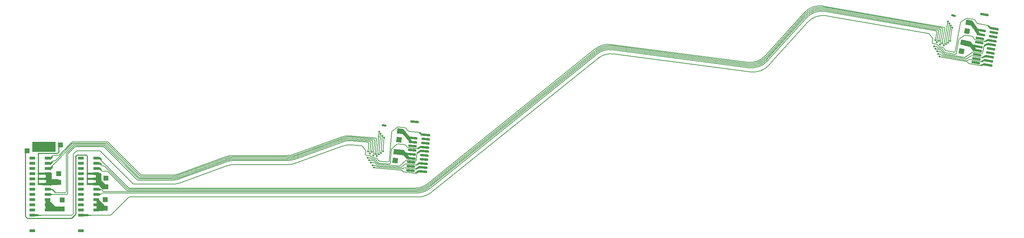
<source format=gbr>
*
G4_C Author: OrCAD GerbTool(tm) 8.1.1 Wed Jun 18 21:18:24 2003*
%LPD*%
%FSLAX34Y34*%
%MOIN*%
%AD*%
%AMD25R98*
20,1,0.025000,0.000000,-0.035000,0.000000,0.035000,98.600000*
%
%AMD10R98*
20,1,0.050000,-0.025000,0.000000,0.025000,0.000000,98.600000*
%
%AMD25R98N2*
20,1,0.025000,0.000000,-0.035000,0.000000,0.035000,98.600000*
%
%AMD10R98N2*
20,1,0.050000,-0.025000,0.000000,0.025000,0.000000,98.600000*
%
%AMD25R86*
20,1,0.025000,0.000000,-0.035000,0.000000,0.035000,86.080000*
%
%AMD10R86*
20,1,0.050000,-0.025000,0.000000,0.025000,0.000000,86.080000*
%
%AMD16R5*
20,1,0.025000,-0.035000,0.000000,0.035000,0.000000,5.450000*
%
%AMD10R5*
20,1,0.050000,-0.025000,0.000000,0.025000,0.000000,5.450000*
%
%AMD16R5N2*
20,1,0.025000,-0.035000,0.000000,0.035000,0.000000,5.450000*
%
%AMD10R5N2*
20,1,0.050000,-0.025000,0.000000,0.025000,0.000000,5.450000*
%
%AMD32R3*
20,1,0.025000,0.034920,-0.002390,-0.034920,0.002390,3.950000*
%
%AMD33R3*
20,1,0.050000,-0.001710,-0.024940,0.001710,0.024940,3.950000*
%
%AMD32R3N2*
20,1,0.025000,0.034920,-0.002390,-0.034920,0.002390,3.910000*
%
%AMD33R3N2*
20,1,0.050000,-0.001710,-0.024940,0.001710,0.024940,3.910000*
%
%AMD32R3N3*
20,1,0.025000,0.034920,-0.002390,-0.034920,0.002390,3.920000*
%
%AMD33R3N3*
20,1,0.050000,-0.001710,-0.024940,0.001710,0.024940,3.920000*
%
%AMD29R85*
20,1,0.022000,0.000000,-0.040000,0.000000,0.040000,85.000000*
%
%AMD54R85*
20,1,0.050000,-0.025000,0.000000,0.025000,0.000000,85.000000*
%
%AMD29R80*
20,1,0.022000,0.000000,-0.040000,0.000000,0.040000,80.000000*
%
%AMD54R80*
20,1,0.050000,-0.025000,0.000000,0.025000,0.000000,80.000000*
%
%AMD29R81*
20,1,0.022000,0.000000,-0.040000,0.000000,0.040000,81.000000*
%
%AMD54R81*
20,1,0.050000,-0.025000,0.000000,0.025000,0.000000,81.000000*
%
%AMD60R359*
20,1,0.022000,0.039510,-0.006260,-0.039510,0.006260,359.000000*
%
%AMD61R359*
20,1,0.050000,-0.003910,-0.024690,0.003910,0.024690,359.000000*
%
%AMD29R81N2*
20,1,0.022000,0.000000,-0.040000,0.000000,0.040000,81.000000*
%
%AMD54R81N2*
20,1,0.050000,-0.025000,0.000000,0.025000,0.000000,81.000000*
%
%AMD64R1*
20,1,0.022000,0.039510,-0.006260,-0.039510,0.006260,1.000000*
%
%AMD65R1*
20,1,0.050000,-0.003910,-0.024690,0.003910,0.024690,1.000000*
%
%AMD66R1*
20,1,0.022000,0.039610,-0.005570,-0.039610,0.005570,1.000000*
%
%AMD67R1*
20,1,0.050000,-0.003480,-0.024750,0.003480,0.024750,1.000000*
%
%AMD68R1*
20,1,0.022000,0.039700,-0.004880,-0.039700,0.004880,1.000000*
%
%AMD69R1*
20,1,0.050000,-0.003050,-0.024810,0.003050,0.024810,1.000000*
%
%AMD70R1*
20,1,0.022000,0.039780,-0.004190,-0.039780,0.004190,1.000000*
%
%AMD71R1*
20,1,0.050000,-0.002620,-0.024860,0.002620,0.024860,1.000000*
%
%AMD72R1*
20,1,0.022000,0.039850,-0.003500,-0.039850,0.003500,1.000000*
%
%AMD73R1*
20,1,0.050000,-0.002190,-0.024900,0.002190,0.024900,1.000000*
%
%AMD74R1*
20,1,0.022000,0.039910,-0.002800,-0.039910,0.002800,1.000000*
%
%AMD75R1*
20,1,0.050000,-0.001760,-0.024930,0.001760,0.024930,1.000000*
%
%AMD76R357*
20,1,0.022000,0.039950,-0.002100,-0.039950,0.002100,357.000000*
%
%AMD77R357*
20,1,0.050000,-0.001320,-0.024960,0.001320,0.024960,357.000000*
%
%AMD78R1*
20,1,0.022000,0.039790,-0.004190,-0.039790,0.004190,1.000000*
%
%AMD79R1*
20,1,0.050000,-0.002620,-0.024860,0.002620,0.024860,1.000000*
%
%ADD10R,0.050000X0.050000*%
%ADD11C,0.006000*%
%ADD12C,0.019000*%
%ADD13C,0.007900*%
%ADD14C,0.005000*%
%ADD15C,0.000800*%
%ADD16R,0.070000X0.025000*%
%ADD17R,0.068000X0.023000*%
%ADD18C,0.006000*%
%ADD19C,0.009800*%
%ADD20C,0.010000*%
%ADD21C,0.030000*%
%ADD22C,0.060000*%
%ADD23C,0.035000*%
%ADD24C,0.055000*%
%ADD25R,0.025000X0.070000*%
%ADD26C,0.010000*%
%ADD27R,0.029000X0.058000*%
%ADD28R,0.031000X0.060000*%
%ADD29R,0.022000X0.080000*%
%ADD30R,0.024000X0.082000*%
%ADD31D10R98N2*%
%ADD32D25R86*%
%ADD33D10R86*%
%ADD34D16R5*%
%ADD35D10R5*%
%ADD36D16R5N2*%
%ADD37D10R5N2*%
%ADD38D25R98N2*%
%ADD39D10R98N2*%
%ADD40D25R86*%
%ADD41D10R86*%
%ADD42D16R5*%
%ADD43D10R5*%
%ADD44D16R5N2*%
%ADD45D10R5N2*%
%ADD46D32R3*%
%ADD47D33R3*%
%ADD48R,0.070000X0.025000*%
%ADD49D33R3N2*%
%ADD50C,0.011000*%
%ADD51C,0.036000*%
%ADD52C,0.015000*%
%ADD53R,0.070000X0.025000*%
%ADD54R,0.050000X0.050000*%
%ADD55C,0.010000*%
%ADD56D29R85*%
%ADD57D54R85*%
%ADD58D29R80*%
%ADD59D54R80*%
%ADD60D29R81*%
%ADD61D54R81*%
%ADD62D60R359*%
%ADD63D61R359*%
%ADD64D29R81N2*%
%ADD65D54R81N2*%
%ADD66D64R1*%
%ADD67D65R1*%
%ADD68D66R1*%
%ADD69D67R1*%
%ADD70D68R1*%
%ADD71D69R1*%
%ADD72D70R1*%
%ADD73D71R1*%
%ADD74D72R1*%
%ADD75D73R1*%
%ADD76D74R1*%
%ADD77D75R1*%
%ADD78D76R357*%
%ADD79D77R357*%
%ADD80D78R1*%
%ADD81D79R1*%
%ADD256R,0.058000X0.029000*%
%ADD257R,0.080000X0.022000*%
G4_C OrCAD GerbTool Tool List *
G4_D50 1 0.0110 T 0 0*
G4_D51 3 0.0360 T 0 0*
G4_D52 2 0.0150 T 0 0*
G54D20*
G1X8218Y5345D2*
G1X8467Y5344D1*
G1X8217Y4845D2*
G1X8467Y4845D1*
G1X7992Y4845D2*
G54D11*
G1X8605Y4845D1*
G75*
G3X8675Y4873I0J100D1*
G74*
G1X9323Y7074D2*
G75*
G3X9252Y7104I-71J-71D1*
G74*
G1X9644Y2874D2*
G75*
G2X9575Y2845I-71J71D1*
G74*
G1X8455Y5345D2*
G1X7992Y5345D1*
G1X8886Y5434D2*
G54D12*
G1X8278Y6042D1*
G1X8884Y5648D2*
G1X8276Y6255D1*
G1X8997Y5728D2*
G1X8389Y6336D1*
G1X8278Y5901D2*
G1X8278Y6761D1*
G1X8468Y5954D2*
G1X8467Y6814D1*
G1X8625Y5954D2*
G1X8625Y6814D1*
G1X7755Y6346D2*
G1X8615Y6346D1*
G1X9201Y5569D2*
G1X8593Y6178D1*
G1X8912Y3770D2*
G1X8304Y4378D1*
G1X8948Y3579D2*
G1X8340Y4187D1*
G1X8340Y3373D2*
G1X8339Y4233D1*
G1X8843Y3496D2*
G1X8493Y3496D1*
G1X8812Y3622D2*
G1X8462Y3622D1*
G1X8800Y3809D2*
G1X8450Y3809D1*
G1X8782Y3892D2*
G1X8432Y3893D1*
G1X2616Y2845D2*
G1X2066Y2845D1*
G1X2913Y2844D2*
G54D20*
G1X2516Y2844D1*
G1X1639Y2546D2*
G75*
G54D19*
G2X1569Y2575I0J100D1*
G74*
G1X1450Y2694D1*
G75*
G2X1420Y2765I71J71D1*
G74*
G1X7715Y2846D2*
G54D20*
G1X7318Y2846D1*
G1X7417Y2846D2*
G54D12*
G1X6868Y2846D1*
G1X5928Y2875D2*
G75*
G54D11*
G2X5857Y2846I-71J71D1*
G74*
G1X5986Y2933D2*
G75*
G3X6015Y3003I-71J71D1*
G74*
G1X6015Y8704D1*
G75*
G2X6044Y8775I100J0D1*
G74*
G1X6414Y8654D2*
G75*
G54D19*
G3X6343Y8625I0J-100D1*
G74*
G1X6268Y8549D1*
G1X6239Y8478D2*
G75*
G2X6268Y8549I100J0D1*
G74*
G1X6239Y2986D2*
G1X6239Y8478D1*
G1X6209Y2916D2*
G75*
G3X6239Y2986I-71J71D1*
G74*
G1X5870Y2576D2*
G75*
G2X5799Y2547I-71J71D1*
G74*
G1X3482Y8240D2*
G54D11*
G1X3612Y8345D1*
G1X3483Y8452D1*
G1X3487Y8346D2*
G1X3612Y8345D1*
G1X3481Y7740D2*
G1X3611Y7846D1*
G1X3482Y7952D1*
G1X3486Y7846D2*
G1X3611Y7846D1*
G1X3484Y8451D2*
G1X3608Y8450D1*
G1X3484Y8434D2*
G1X3484Y8279D1*
G1X3615Y8345D2*
G1X3486Y8451D1*
G1X3490Y8345D2*
G1X3615Y8345D1*
G1X3616Y8345D2*
G1X3486Y8238D1*
G1X3468Y7951D2*
G1X3593Y7951D1*
G1X3489Y7846D2*
G1X3614Y7846D1*
G1X3484Y7935D2*
G1X3484Y7781D1*
G1X3484Y7740D2*
G1X3614Y7846D1*
G1X3612Y7846D2*
G1X3483Y7952D1*
G1X3492Y8345D2*
G1X3616Y8345D1*
G1X3484Y7241D2*
G1X3614Y7347D1*
G1X3444Y7452D2*
G1X3569Y7452D1*
G1X3489Y7347D2*
G1X3614Y7347D1*
G1X3484Y7452D1*
G1X3614Y7347D2*
G1X3489Y7347D1*
G1X3416Y5345D2*
G54D20*
G1X3666Y5345D1*
G1X2987Y6346D2*
G54D12*
G1X3847Y6346D1*
G1X3606Y5814D2*
G1X3082Y5814D1*
G1X3497Y5871D2*
G1X3498Y6330D1*
G1X4122Y3448D2*
G1X3448Y3448D1*
G1X3557Y3343D2*
G1X3558Y3802D1*
G1X3665Y5850D2*
G1X3666Y6309D1*
G1X3493Y6426D2*
G1X3494Y6885D1*
G1X3683Y6429D2*
G1X3683Y6888D1*
G1X3494Y6936D2*
G54D20*
G1X3744Y6936D1*
G1X3846Y6430D2*
G54D12*
G1X3845Y6889D1*
G1X3611Y6932D2*
G54D20*
G1X3861Y6932D1*
G1X4844Y3387D2*
G54D12*
G1X4168Y3387D1*
G1X4777Y3574D2*
G1X4102Y3574D1*
G1X3445Y3335D2*
G1X3445Y3794D1*
G1X4241Y3587D2*
G1X3451Y4377D1*
G1X4251Y3353D2*
G1X3461Y4144D1*
G1X4133Y3316D2*
G1X3459Y3316D1*
G1X4741Y3316D2*
G1X4065Y3316D1*
G1X4162Y3572D2*
G1X3486Y3572D1*
G1X3711Y3500D2*
G1X3710Y3959D1*
G1X3541Y3723D2*
G1X3542Y4182D1*
G1X3446Y3788D2*
G1X3446Y4247D1*
G1X3236Y5844D2*
G1X2686Y5844D1*
G1X3233Y6344D2*
G1X2683Y6344D1*
G1X3233Y6846D2*
G1X2683Y6846D1*
G1X12574Y6706D2*
G75*
G54D11*
G2X12503Y6735I0J100D1*
G74*
G1X12405Y6615D2*
G75*
G3X12476Y6586I71J71D1*
G74*
G1X12380Y6466D2*
G75*
G2X12310Y6495I0J100D1*
G74*
G1X12234Y6375D2*
G75*
G3X12304Y6346I71J71D1*
G74*
G1X12205Y6226D2*
G75*
G2X12135Y6255I0J100D1*
G74*
G1X11823Y5846D2*
G75*
G2X11753Y5875I0J100D1*
G74*
G1X11365Y5466D2*
G75*
G2X11295Y5495I0J100D1*
G74*
G1X11223Y5375D2*
G75*
G3X11293Y5346I71J71D1*
G74*
G1X11212Y5226D2*
G75*
G2X11142Y5255I0J100D1*
G74*
G1X11347Y4577D2*
G1X9644Y2874D1*
G1X11417Y4606D2*
G75*
G3X11347Y4577I0J-100D1*
G74*
G1X11753Y5875D2*
G1X8597Y9032D1*
G75*
G3X8527Y9061I-71J-71D1*
G74*
G1X8977Y9414D2*
G1X12135Y6255D1*
G1X8907Y9443D2*
G75*
G2X8977Y9414I0J-100D1*
G74*
G1X9076Y9534D2*
G1X12234Y6375D1*
G1X9006Y9563D2*
G75*
G2X9076Y9534I0J-100D1*
G74*
G1X12310Y6495D2*
G1X9152Y9654D1*
G75*
G3X9082Y9683I-71J-71D1*
G74*
G1X12405Y6615D2*
G1X9254Y9774D1*
G75*
G3X9183Y9803I-71J-71D1*
G74*
G1X12503Y6735D2*
G1X9353Y9894D1*
G75*
G3X9282Y9923I-71J-71D1*
G74*
G1X8527Y9061D2*
G1X6371Y9061D1*
G1X6301Y9032D2*
G1X6044Y8775D1*
G1X6371Y9061D2*
G75*
G3X6301Y9032I0J-100D1*
G74*
G1X6219Y9443D2*
G1X8907Y9443D1*
G1X6149Y9414D2*
G75*
G2X6219Y9443I71J-71D1*
G74*
G1X6147Y9563D2*
G1X9006Y9563D1*
G1X6077Y9534D2*
G75*
G2X6147Y9563I71J-71D1*
G74*
G1X6083Y9683D2*
G1X9082Y9683D1*
G1X6013Y9654D2*
G75*
G2X6083Y9683I71J-71D1*
G74*
G1X6026Y9803D2*
G1X9183Y9803D1*
G1X5956Y9774D2*
G75*
G2X6026Y9803I71J-71D1*
G74*
G1X5969Y9923D2*
G1X9282Y9923D1*
G1X5899Y9894D2*
G75*
G2X5969Y9923I71J-71D1*
G74*
G1X5899Y9894D2*
G1X4639Y8634D1*
G1X2606Y2845D2*
G1X5857Y2845D1*
G1X5927Y2874D2*
G1X5986Y2933D1*
G1X5857Y2845D2*
G75*
G3X5927Y2874I0J100D1*
G74*
G1X6209Y2916D2*
G54D19*
G1X5869Y2575D1*
G1X5799Y2546D2*
G1X1639Y2546D1*
G1X5869Y2575D2*
G75*
G2X5799Y2546I-71J71D1*
G74*
G1X8034Y5844D2*
G54D12*
G1X7384Y5844D1*
G1X8032Y6345D2*
G1X7383Y6345D1*
G1X8034Y6844D2*
G1X7385Y6844D1*
G1X9575Y2845D2*
G54D11*
G1X7714Y2845D1*
G1X8675Y4873D2*
G1X8757Y4956D1*
G75*
G2X8828Y4986I71J-70D1*
G74*
G54D256*
G1X8226Y3343D3*
G1X8227Y3844D3*
G1X8225Y4344D3*
G1X8225Y4844D3*
G1X8226Y5343D3*
G1X8226Y5843D3*
G1X8226Y6343D3*
G1X8225Y6844D3*
G1X8225Y7344D3*
G1X8225Y7845D3*
G1X8226Y8345D3*
G1X6757Y8346D3*
G1X6756Y7846D3*
G1X6755Y7345D3*
G1X6755Y6846D3*
G1X6755Y6346D3*
G1X6755Y5845D3*
G1X6756Y5345D3*
G1X6756Y4846D3*
G1X6755Y4345D3*
G1X6756Y3846D3*
G1X6755Y3346D3*
G1X6756Y2846D3*
G1X6754Y1346D3*
G1X8569Y7240D2*
G54D11*
G1X8695Y7241D1*
G1X8509Y7451D2*
G1X8639Y7344D1*
G1X8562Y7301D2*
G1X8688Y7301D1*
G1X8469Y7240D2*
G1X8594Y7240D1*
G1X8565Y7268D2*
G1X8691Y7268D1*
G1X8564Y7299D2*
G1X8694Y7193D1*
G1X8566Y7291D2*
G1X8567Y7399D1*
G1X8514Y7345D2*
G1X8639Y7344D1*
G1X8605Y7345D2*
G75*
G2X8705Y7245I0J-100D1*
G74*
G1X8705Y7190D1*
G1X8639Y7344D2*
G1X8509Y7239D1*
G1X8639Y7344D2*
G1X8515Y7345D1*
G1X8705Y7204D2*
G1X8705Y7148D1*
G1X8728Y7126D2*
G1X8529Y7287D1*
G1X8790Y7104D2*
G75*
G2X8728Y7126I0J101D1*
G74*
G1X8508Y7952D2*
G1X8637Y7845D1*
G1X8507Y7739D1*
G1X8527Y7769D2*
G1X8528Y7923D1*
G1X8565Y7791D2*
G1X8564Y7900D1*
G1X8512Y7846D2*
G1X8637Y7845D1*
G1X8494Y7740D2*
G1X8619Y7741D1*
G1X8568Y7792D2*
G1X8567Y7900D1*
G1X8515Y7846D2*
G1X8640Y7846D1*
G1X8559Y7766D2*
G1X8685Y7766D1*
G1X8511Y7952D2*
G1X8640Y7846D1*
G1X8706Y7746D2*
G1X8706Y7691D1*
G1X8565Y7791D2*
G1X8694Y7686D1*
G1X8530Y7769D2*
G1X8531Y7922D1*
G1X8606Y7845D2*
G75*
G2X8706Y7746I0J-100D1*
G74*
G1X8555Y7801D2*
G1X8680Y7801D1*
G1X8638Y7846D2*
G1X8508Y7739D1*
G1X8707Y7702D2*
G1X8707Y7647D1*
G1X8573Y7819D2*
G1X8703Y7713D1*
G1X8547Y7774D2*
G1X8737Y7620D1*
G75*
G3X8801Y7597I63J79D1*
G74*
G1X8508Y8451D2*
G1X8638Y8345D1*
G1X8508Y8239D1*
G1X8566Y8291D2*
G1X8565Y8399D1*
G1X8514Y8345D2*
G1X8638Y8345D1*
G1X8509Y8240D2*
G1X8634Y8240D1*
G1X8570Y8292D2*
G1X8569Y8400D1*
G1X8548Y8299D2*
G1X8673Y8300D1*
G1X8552Y8261D2*
G1X8676Y8261D1*
G1X8705Y8189D2*
G1X8575Y8295D1*
G1X8607Y8346D2*
G75*
G2X8707Y8246I0J-100D1*
G74*
G1X8580Y8287D2*
G1X8708Y8158D1*
G1X8641Y8346D2*
G1X8511Y8240D1*
G1X8517Y8345D2*
G1X8641Y8346D1*
G1X8642Y8346D2*
G1X8512Y8451D1*
G1X8698Y8230D2*
G1X8568Y8336D1*
G1X8709Y8193D2*
G1X8708Y8138D1*
G1X8683Y8255D2*
G1X8554Y8361D1*
G1X8518Y8345D2*
G1X8642Y8346D1*
G1X11295Y5495D2*
G1X8736Y8053D1*
G1X8707Y8124D2*
G1X8707Y8246D1*
G1X8736Y8053D2*
G75*
G2X8707Y8124I71J71D1*
G74*
G1X8525Y8272D2*
G1X8525Y8395D1*
G1X8709Y8132D2*
G1X8530Y8277D1*
G1X11223Y5375D2*
G1X9031Y7568D1*
G1X8961Y7597D2*
G1X8801Y7597D1*
G1X9031Y7568D2*
G75*
G3X8961Y7597I-71J-71D1*
G74*
G1X11142Y5255D2*
G1X9322Y7075D1*
G1X9252Y7104D2*
G1X8790Y7104D1*
G1X9322Y7075D2*
G75*
G3X9252Y7104I-71J-71D1*
G74*
G1X8422Y7388D2*
G1X8548Y7388D1*
G1X8549Y4846D2*
G54D12*
G1X8199Y4846D1*
G1X8574Y5337D2*
G1X8224Y5337D1*
G1X7336Y5845D2*
G54D19*
G1X7336Y8554D1*
G1X7236Y8654D2*
G1X6414Y8654D1*
G1X7336Y8554D2*
G75*
G3X7236Y8654I-100J0D1*
G74*
G1X8677Y5333D2*
G54D11*
G1X8552Y5333D1*
G1X8747Y5304D2*
G75*
G3X8677Y5333I-70J-71D1*
G74*
G1X8919Y5135D2*
G1X8747Y5304D1*
G1X8989Y5106D2*
G75*
G2X8919Y5135I0J100D1*
G74*
G1X8072Y3371D2*
G54D12*
G1X8832Y3371D1*
G1X7981Y5817D2*
G1X8751Y5817D1*
G1X8624Y6815D2*
G1X8108Y6815D1*
G54D54*
G1X9064Y3525D3*
G1X9063Y4365D3*
G1X9141Y5589D3*
G1X9140Y6429D3*
G54D256*
G1X3537Y3344D3*
G1X3538Y3845D3*
G1X3536Y4345D3*
G1X3536Y4845D3*
G1X3537Y5344D3*
G1X3537Y5844D3*
G1X3537Y6344D3*
G1X3536Y6845D3*
G1X2068Y8346D3*
G1X2067Y7846D3*
G1X2066Y7345D3*
G1X2066Y6846D3*
G1X2066Y6346D3*
G1X2066Y5845D3*
G1X2067Y5345D3*
G1X2067Y4846D3*
G1X2066Y4345D3*
G1X2067Y3846D3*
G1X2066Y3346D3*
G1X2067Y2846D3*
G1X2065Y1346D3*
G1X3822Y8423D2*
G54D11*
G1X3821Y8269D1*
G1X3858Y8399D2*
G1X3859Y8292D1*
G1X3820Y7923D2*
G1X3820Y7768D1*
G1X3857Y7900D2*
G1X3857Y7792D1*
G1X4034Y8582D2*
G1X3856Y8436D1*
G1X4097Y8605D2*
G75*
G3X4034Y8582I0J-101D1*
G74*
G1X3862Y8399D2*
G1X3863Y8291D1*
G1X3841Y8391D2*
G1X3966Y8391D1*
G1X3844Y8430D2*
G1X3969Y8430D1*
G1X3999Y8502D2*
G1X3869Y8396D1*
G1X4001Y8445D2*
G1X4000Y8504D1*
G1X3900Y8345D2*
G75*
G3X4001Y8445I0J100D1*
G74*
G1X3873Y8403D2*
G1X4002Y8533D1*
G1X3826Y8422D2*
G1X3825Y8268D1*
G1X3991Y8461D2*
G1X3861Y8355D1*
G1X4001Y8497D2*
G1X4001Y8553D1*
G1X3976Y8436D2*
G1X3846Y8329D1*
G1X3861Y7899D2*
G1X3860Y7792D1*
G1X3853Y7926D2*
G1X3977Y7925D1*
G1X4000Y7946D2*
G1X3999Y8001D1*
G1X3857Y7900D2*
G1X3988Y8005D1*
G1X3823Y7923D2*
G1X3823Y7769D1*
G1X3899Y7846D2*
G75*
G3X4000Y7946I0J100D1*
G74*
G1X3848Y7891D2*
G1X3973Y7891D1*
G1X4001Y7990D2*
G1X4000Y8044D1*
G1X3866Y7873D2*
G1X3996Y7979D1*
G1X3863Y7451D2*
G1X3988Y7451D1*
G1X3823Y7424D2*
G1X3824Y7269D1*
G1X3856Y7391D2*
G1X3982Y7391D1*
G1X3859Y7424D2*
G1X3984Y7424D1*
G1X3858Y7393D2*
G1X3988Y7499D1*
G1X3861Y7401D2*
G1X3860Y7293D1*
G1X3899Y7347D2*
G75*
G3X4000Y7447I0J100D1*
G74*
G1X3999Y7502D1*
G1X3840Y7918D2*
G1X4030Y8071D1*
G75*
G2X4094Y8095I64J-78D1*
G74*
G54D256*
G1X3536Y7845D3*
G1X3536Y8345D3*
G1X3536Y7344D3*
G1X4097Y8605D2*
G54D11*
G1X4567Y8605D1*
G1X4638Y8634D2*
G1X5819Y9814D1*
G1X4567Y8605D2*
G75*
G3X4638Y8634I0J100D1*
G74*
G1X5956Y9774D2*
G1X4307Y8124D1*
G1X4236Y8095D2*
G1X4094Y8095D1*
G1X4307Y8124D2*
G75*
G2X4236Y8095I-71J71D1*
G74*
G1X3999Y7488D2*
G1X3999Y7598D1*
G1X4028Y7668D2*
G1X6013Y9654D1*
G1X3999Y7598D2*
G75*
G2X4028Y7668I100J0D1*
G74*
G1X3990Y7590D2*
G1X3792Y7429D1*
G1X3977Y7534D2*
G1X3779Y7373D1*
G1X3831Y7262D2*
G1X3961Y7368D1*
G1X3799Y7234D2*
G1X3929Y7340D1*
G1X3836Y7765D2*
G1X3966Y7871D1*
G1X3796Y7732D2*
G1X3926Y7838D1*
G1X3831Y8260D2*
G1X3961Y8366D1*
G1X3802Y8235D2*
G1X3932Y8341D1*
G1X3986Y4845D2*
G54D20*
G1X3416Y4845D1*
G1X3516Y4845D2*
G54D12*
G1X3836Y4845D1*
G1X3846Y6328D2*
G1X3846Y6787D1*
G1X3846Y6286D2*
G1X3846Y5796D1*
G1X3986Y5344D2*
G54D20*
G1X3465Y5344D1*
G1X3541Y5344D2*
G54D12*
G1X3836Y5344D1*
G1X4292Y5039D2*
G54D20*
G1X3988Y5344D1*
G1X4363Y5010D2*
G75*
G54D11*
G2X4292Y5039I0J100D1*
G74*
G1X5233Y5010D2*
G1X4363Y5010D1*
G1X5333Y5110D2*
G75*
G2X5233Y5010I-100J0D1*
G74*
G1X3893Y4844D2*
G1X5383Y4844D1*
G75*
G3X5483Y4944I0J100D1*
G74*
G1X5483Y8707D1*
G1X5512Y8778D2*
G1X6149Y9414D1*
G1X5483Y8707D2*
G75*
G2X5512Y8778I100J0D1*
G74*
G1X5333Y5110D2*
G1X5333Y8749D1*
G1X5362Y8820D2*
G1X6077Y9534D1*
G1X5333Y8749D2*
G75*
G2X5362Y8820I100J0D1*
G74*
G54D54*
G1X4933Y3471D3*
G1X4932Y4311D3*
G1X4511Y5854D2*
G54D12*
G1X3941Y5854D1*
G1X4526Y6037D2*
G1X3956Y6037D1*
G1X4533Y6217D2*
G1X3963Y6217D1*
G54D54*
G1X4602Y6013D3*
G1X4601Y6853D3*
G1X4787Y9624D3*
G1X4612Y9822D2*
G54D19*
G1X4612Y8925D1*
G75*
G2X4512Y8825I-100J0D1*
G74*
G1X2737Y8825D1*
G1X2637Y8725D2*
G1X2637Y5844D1*
G1X2737Y8825D2*
G75*
G3X2637Y8725I0J-100D1*
G74*
G1X4056Y9673D2*
G54D10*
G1X2338Y9673D1*
G1X4056Y9216D2*
G1X2338Y9216D1*
G54D54*
G1X1569Y9062D3*
G1X1420Y2765D2*
G54D19*
G1X1420Y9003D1*
G1X12574Y6706D2*
G54D11*
G1X15418Y6706D1*
G75*
G3X16102Y6827I0J2012D1*
G74*
G1X12476Y6586D2*
G1X15440Y6586D1*
G75*
G3X16124Y6707I0J2012D1*
G74*
G1X15461Y6466D2*
G1X12380Y6466D1*
G1X16145Y6587D2*
G75*
G2X15461Y6466I-684J1880D1*
G74*
G1X12304Y6346D2*
G1X15482Y6346D1*
G75*
G3X16166Y6467I0J2012D1*
G74*
G1X15503Y6226D2*
G1X12205Y6226D1*
G1X16187Y6347D2*
G75*
G2X15503Y6226I-684J1880D1*
G74*
G1X11823Y5846D2*
G1X15570Y5846D1*
G75*
G3X16254Y5967I0J2012D1*
G74*
G1X20788Y7617D1*
G75*
G2X21472Y7738I684J-1880D1*
G74*
G1X20721Y7997D2*
G1X16187Y6347D1*
G1X21405Y8118D2*
G75*
G3X20721Y7997I0J-2012D1*
G74*
G1X16166Y6467D2*
G1X20700Y8117D1*
G75*
G2X21384Y8238I684J-1880D1*
G74*
G1X20679Y8237D2*
G1X16145Y6587D1*
G1X21363Y8358D2*
G75*
G3X20679Y8237I0J-2012D1*
G74*
G1X16124Y6707D2*
G1X20658Y8357D1*
G75*
G2X21342Y8478I684J-1880D1*
G74*
G1X20637Y8477D2*
G1X16102Y6827D1*
G1X21321Y8598D2*
G75*
G3X20637Y8477I0J-2012D1*
G74*
G1X21472Y7738D2*
G1X26643Y7738D1*
G75*
G3X27327Y7858I0J2012D1*
G74*
G1X21321Y8598D2*
G1X26491Y8598D1*
G75*
G3X27175Y8718I0J2012D1*
G74*
G1X21342Y8478D2*
G1X26513Y8478D1*
G75*
G3X27197Y8598I0J2012D1*
G74*
G1X21363Y8358D2*
G1X26534Y8358D1*
G75*
G3X27218Y8478I0J2012D1*
G74*
G1X21384Y8238D2*
G1X26555Y8238D1*
G75*
G3X27239Y8358I0J2012D1*
G74*
G1X21405Y8118D2*
G1X26576Y8118D1*
G75*
G3X27260Y8238I0J2012D1*
G74*
G1X11365Y5466D2*
G1X38807Y5466D1*
G75*
G3X40063Y5910I0J1999D1*
G74*
G1X38849Y5346D2*
G1X11293Y5346D1*
G1X40105Y5790D2*
G75*
G2X38849Y5346I-1256J1556D1*
G74*
G1X11212Y5226D2*
G1X38891Y5226D1*
G75*
G3X40147Y5670I0J1998D1*
G74*
G1X38934Y5106D2*
G1X8989Y5106D1*
G1X40190Y5550D2*
G75*
G2X38934Y5106I-1256J1556D1*
G74*
G1X8828Y4986D2*
G1X38976Y4986D1*
G75*
G3X40232Y5430I0J1998D1*
G74*
G1X39111Y4606D2*
G1X11417Y4606D1*
G1X40367Y5050D2*
G75*
G2X39111Y4606I-1256J1556D1*
G74*
G1X56126Y18872D2*
G1X40063Y5910D1*
G1X57643Y19298D2*
G75*
G3X56126Y18872I-262J-1981D1*
G74*
G1X40105Y5790D2*
G1X56162Y18746D1*
G75*
G2X57679Y19172I1257J-1557D1*
G74*
G1X56198Y18620D2*
G1X40147Y5670D1*
G1X57715Y19047D2*
G75*
G3X56198Y18620I-260J-1982D1*
G74*
G1X40190Y5550D2*
G1X56233Y18495D1*
G75*
G2X57750Y18921I1257J-1557D1*
G74*
G1X56268Y18369D2*
G1X40232Y5430D1*
G1X57785Y18795D2*
G75*
G3X56268Y18369I-262J-1980D1*
G74*
G1X56380Y17971D2*
G1X40367Y5050D1*
G1X57897Y18397D2*
G75*
G3X56380Y17971I-260J-1983D1*
G74*
G1X70705Y17579D2*
G1X57643Y19298D1*
G1X72452Y18223D2*
G75*
G2X70705Y17579I-1487J1339D1*
G74*
G1X57679Y19172D2*
G1X70752Y17452D1*
G75*
G3X72499Y18096I263J1989D1*
G74*
G1X70799Y17324D2*
G1X57715Y19047D1*
G1X72546Y17969D2*
G75*
G2X70799Y17324I-1487J1339D1*
G74*
G1X57750Y18921D2*
G1X70845Y17197D1*
G75*
G3X72593Y17842I263J1989D1*
G74*
G1X70892Y17070D2*
G1X57785Y18795D1*
G1X72640Y17715D2*
G75*
G2X70892Y17070I-1487J1339D1*
G74*
G1X57897Y18397D2*
G1X71041Y16667D1*
G75*
G3X72789Y17312I263J1989D1*
G74*
G1X88900Y20495D2*
G75*
G3X88819Y20610I-98J17D1*
G74*
G54D12*
G1X89219Y19280D3*
G1X89203Y18194D2*
G54D11*
G1X89194Y18143D1*
G1X88219Y20299D2*
G75*
G3X88155Y20340I-82J-58D1*
G74*
G1X88507Y19889D2*
G1X88219Y20299D1*
G1X88523Y19814D2*
G75*
G3X88507Y19889I-99J17D1*
G74*
G54D12*
G1X89194Y18142D3*
G1X92748Y20788D2*
G1X92507Y21132D1*
G1X92557Y21067D2*
G1X92316Y21411D1*
G1X92476Y21186D2*
G1X92235Y21530D1*
G1X92460Y20926D2*
G1X92219Y21270D1*
G1X92676Y20619D2*
G1X92435Y20963D1*
G1X92929Y20367D2*
G1X92688Y20711D1*
G1X92858Y20359D2*
G1X92617Y20703D1*
G1X92570Y18841D2*
G1X92330Y19185D1*
G1X92486Y18837D2*
G1X92245Y19181D1*
G1X92500Y18840D2*
G1X92259Y19184D1*
G1X92321Y19082D2*
G1X92080Y19426D1*
G1X92005Y17455D2*
G75*
G54D11*
G2X91940Y17496I17J98D1*
G74*
G1X92247Y18216D2*
G75*
G3X92172Y18200I-17J-98D1*
G74*
G1X92341Y18568D2*
G75*
G2X92416Y18584I58J-82D1*
G74*
G1X92617Y19752D2*
G1X93319Y19628D1*
G1X92552Y19793D2*
G75*
G3X92617Y19752I82J58D1*
G74*
G1X92416Y18584D2*
G1X93201Y18445D1*
G75*
G3X93317Y18527I17J99D1*
G74*
G1X92832Y21313D2*
G75*
G2X92767Y21355I17J99D1*
G74*
G1X91662Y20194D2*
G1X92318Y20079D1*
G1X92382Y20037D2*
G1X92552Y19793D1*
G1X92318Y20079D2*
G75*
G2X92382Y20037I-17J-98D1*
G74*
G1X92767Y21355D2*
G1X92540Y21677D1*
G75*
G3X92477Y21719I-82J-58D1*
G74*
G1X90652Y18345D2*
G75*
G3X90768Y18426I17J99D1*
G74*
G1X91572Y20181D2*
G75*
G2X91647Y20197I58J-81D1*
G74*
G1X90768Y18426D2*
G1X91000Y19742D1*
G1X91041Y19805D2*
G1X91572Y20181D1*
G1X91000Y19742D2*
G75*
G2X91041Y19805I99J-18D1*
G74*
G1X92032Y19505D2*
G54D12*
G1X91619Y19577D1*
G1X92354Y19150D2*
G1X92113Y19494D1*
G1X91893Y19435D2*
G1X91480Y19508D1*
G1X92687Y19140D2*
G1X92274Y19213D1*
G1X89967Y21515D2*
G54D11*
G1X89880Y21022D1*
G1X90251Y21109D2*
G1X90164Y20617D1*
G1X89908Y21171D2*
G1X89563Y19218D1*
G1X90252Y21110D2*
G1X89969Y19502D1*
G54D12*
G1X90171Y19645D3*
G1X89968Y19503D3*
G1X89765Y19361D3*
G1X89562Y19219D3*
G1X89968Y21515D3*
G1X90110Y21312D3*
G1X90252Y21109D3*
G1X90394Y20906D3*
G1X90393Y20907D2*
G54D11*
G1X90171Y19645D1*
G1X89093Y20582D2*
G75*
G3X89012Y20698I-99J17D1*
G74*
G1X89287Y20670D2*
G75*
G3X89206Y20786I-99J17D1*
G74*
G1X89479Y20759D2*
G75*
G3X89398Y20875I-98J18D1*
G74*
G1X89673Y20846D2*
G75*
G3X89591Y20962I-99J17D1*
G74*
G1X90110Y21312D2*
G1X89766Y19360D1*
G54D12*
G1X88905Y19514D3*
G1X88905Y19514D2*
G54D11*
G1X89093Y20582D1*
G1X88962Y19278D2*
G75*
G3X88897Y19319I-82J-58D1*
G74*
G1X88548Y19381D1*
G1X88467Y19497D2*
G1X88523Y19814D1*
G1X88548Y19381D2*
G75*
G2X88467Y19497I17J99D1*
G74*
G54D12*
G1X88763Y19718D3*
G1X88763Y19718D2*
G54D11*
G1X88900Y20495D1*
G1X89219Y19280D2*
G1X89479Y20759D1*
G1X89421Y19423D2*
G1X89672Y20846D1*
G54D12*
G1X89421Y19423D3*
G1X89286Y20670D2*
G54D11*
G1X89107Y19657D1*
G54D12*
G1X89107Y19657D3*
G1X89766Y18711D2*
G75*
G54D11*
G2X89701Y18752I17J98D1*
G74*
G1X90652Y18345D2*
G1X89709Y18511D1*
G75*
G2X89644Y18552I17J99D1*
G74*
G1X89701Y18752D2*
G1X89539Y18986D1*
G75*
G3X89474Y19027I-82J-58D1*
G74*
G54D12*
G1X88929Y18658D3*
G1X89474Y19027D2*
G54D11*
G1X89131Y19087D1*
G1X89066Y19129D2*
G1X88962Y19278D1*
G1X89131Y19087D2*
G75*
G2X89066Y19129I17J98D1*
G74*
G54D12*
G1X88791Y18879D3*
G1X89634Y18403D2*
G75*
G54D11*
G2X89569Y18444I17J99D1*
G74*
G1X89355Y18750D1*
G75*
G3X89291Y18791I-82J-58D1*
G74*
G1X89474Y18187D2*
G75*
G2X89408Y18229I17J98D1*
G74*
G1X89291Y18791D2*
G1X88791Y18879D1*
G1X89644Y18552D2*
G1X89420Y18872D1*
G75*
G3X89356Y18913I-82J-58D1*
G74*
G1X89053Y18351D2*
G1X89057Y18374D1*
G54D12*
G1X89057Y18374D3*
G1X89408Y18229D2*
G54D11*
G1X89368Y18289D1*
G1X89302Y18331D2*
G1X89066Y18373D1*
G1X89368Y18289D2*
G75*
G3X89302Y18331I-83J-56D1*
G74*
G54D12*
G1X88656Y19122D3*
G1X89356Y18913D2*
G54D11*
G1X89066Y18965D1*
G75*
G2X89001Y19006I17J99D1*
G74*
G1X88657Y19123D2*
G1X88916Y19077D1*
G1X88982Y19035D2*
G1X89001Y19006D1*
G1X88916Y19077D2*
G75*
G2X88982Y19035I-18J-100D1*
G74*
G1X89563Y18293D2*
G75*
G2X89498Y18334I17J99D1*
G74*
G1X89344Y18555D1*
G1X89279Y18596D2*
G1X88929Y18658D1*
G1X89344Y18555D2*
G75*
G3X89279Y18596I-82J-58D1*
G74*
G1X89634Y18403D2*
G1X91571Y18062D1*
G1X91645Y18078D2*
G1X92341Y18568D1*
G1X91571Y18062D2*
G75*
G3X91645Y18078I17J99D1*
G74*
G1X92172Y18200D2*
G1X91788Y17930D1*
G1X91714Y17914D2*
G1X89563Y18293D1*
G1X91788Y17930D2*
G75*
G2X91714Y17914I-58J82D1*
G74*
G1X91940Y17496D2*
G1X91858Y17615D1*
G1X91793Y17656D2*
G1X89189Y18115D1*
G1X91858Y17615D2*
G75*
G3X91793Y17656I-82J-58D1*
G74*
G1X92061Y17851D2*
G75*
G3X91988Y17835I-18J-100D1*
G74*
G1X91914Y17785D1*
G1X91840Y17770D2*
G1X89474Y18187D1*
G1X91914Y17785D2*
G75*
G2X91840Y17770I-56J83D1*
G74*
G1X90570Y18569D2*
G1X89766Y18711D1*
G1X90686Y18650D2*
G75*
G2X90570Y18569I-99J17D1*
G74*
G1X90686Y18650D2*
G1X91168Y21388D1*
G75*
G2X91209Y21452I99J-17D1*
G74*
G54D62*
G1X93833Y17338D3*
G1X93901Y17727D3*
G1X93969Y18114D3*
G1X94038Y18501D3*
G1X94106Y18889D3*
G1X94174Y19276D3*
G1X94243Y19664D3*
G1X94311Y20052D3*
G1X94380Y20440D3*
G1X94448Y20827D3*
G1X92650Y17547D3*
G1X92718Y17935D3*
G1X92787Y18322D3*
G1X92855Y18710D3*
G1X92923Y19098D3*
G1X92992Y19485D3*
G1X93060Y19873D3*
G1X93128Y20261D3*
G1X93197Y20649D3*
G1X93470Y22198D3*
G1X94019Y20989D2*
G54D11*
G1X93896Y21011D1*
G1X93880Y21045D2*
G1X93990Y20918D1*
G1X93890Y21018D2*
G1X94000Y20891D1*
G1X93868Y21031D2*
G1X93879Y21090D1*
G1X93986Y20968D2*
G1X93883Y21118D1*
G1X93925Y21096D2*
G1X93962Y21052D1*
G1X93865Y21129D2*
G75*
G2X93925Y21096I-18J-100D1*
G74*
G1X93926Y21095D2*
G1X94010Y20998D1*
G1X93867Y21129D2*
G75*
G2X93926Y21095I-17J-98D1*
G74*
G1X93833Y21134D2*
G1X93942Y21007D1*
G1X93823Y21131D2*
G1X93934Y21010D1*
G1X94088Y20972D2*
G1X93965Y20994D1*
G1X93929Y20945D2*
G1X94039Y20818D1*
G1X94020Y20870D2*
G1X94033Y20943D1*
G1X93861Y21023D2*
G1X93971Y20896D1*
G1X93760Y21140D2*
G1X93869Y21014D1*
G1X93784Y19658D2*
G1X93661Y19679D1*
G1X93633Y19653D2*
G1X93780Y19735D1*
G1X93653Y19675D2*
G1X93799Y19757D1*
G1X93627Y19670D2*
G1X93617Y19611D1*
G1X93760Y19688D2*
G1X93611Y19584D1*
G1X93658Y19590D2*
G1X93709Y19618D1*
G1X93591Y19579D2*
G75*
G3X93658Y19590I18J99D1*
G74*
G1X93660Y19590D2*
G1X93772Y19653D1*
G1X93593Y19579D2*
G75*
G3X93660Y19590I17J98D1*
G74*
G1X93559Y19586D2*
G1X93705Y19668D1*
G1X93550Y19590D2*
G1X93696Y19666D1*
G1X93854Y19650D2*
G1X93731Y19672D1*
G1X93714Y19730D2*
G1X93861Y19812D1*
G1X93826Y19769D2*
G1X93813Y19696D1*
G1X93624Y19680D2*
G1X93771Y19762D1*
G1X93489Y19604D2*
G1X93635Y19686D1*
G1X93715Y19270D2*
G1X93592Y19291D1*
G1X93565Y19265D2*
G1X93712Y19347D1*
G1X93584Y19287D2*
G1X93731Y19369D1*
G1X93559Y19282D2*
G1X93549Y19223D1*
G1X93691Y19300D2*
G1X93543Y19196D1*
G1X93590Y19202D2*
G1X93640Y19230D1*
G1X93592Y19202D2*
G1X93703Y19265D1*
G1X93490Y19198D2*
G1X93637Y19280D1*
G1X93482Y19202D2*
G1X93627Y19278D1*
G1X93786Y19262D2*
G1X93663Y19284D1*
G1X93646Y19342D2*
G1X93792Y19424D1*
G1X93756Y19381D2*
G1X93743Y19308D1*
G1X93555Y19292D2*
G1X93701Y19374D1*
G1X93511Y18108D2*
G1X93388Y18129D1*
G1X93361Y18103D2*
G1X93508Y18184D1*
G1X93380Y18125D2*
G1X93527Y18206D1*
G1X93355Y18120D2*
G1X93345Y18061D1*
G1X93487Y18138D2*
G1X93339Y18033D1*
G1X93386Y18039D2*
G1X93436Y18068D1*
G1X93319Y18029D2*
G75*
G3X93386Y18039I18J100D1*
G74*
G1X93388Y18040D2*
G1X93499Y18103D1*
G1X93321Y18028D2*
G75*
G3X93388Y18040I18J99D1*
G74*
G1X93286Y18036D2*
G1X93433Y18117D1*
G1X93278Y18041D2*
G1X93424Y18117D1*
G1X93583Y18100D2*
G1X93460Y18122D1*
G1X93442Y18180D2*
G1X93588Y18262D1*
G1X93553Y18219D2*
G1X93540Y18146D1*
G1X93352Y18130D2*
G1X93498Y18211D1*
G1X93217Y18054D2*
G1X93363Y18136D1*
G1X93444Y17721D2*
G1X93321Y17743D1*
G1X93294Y17716D2*
G1X93441Y17798D1*
G1X93313Y17738D2*
G1X93460Y17820D1*
G1X93288Y17734D2*
G1X93278Y17675D1*
G1X93420Y17752D2*
G1X93272Y17647D1*
G1X93319Y17653D2*
G1X93369Y17682D1*
G1X93252Y17643D2*
G75*
G3X93319Y17653I18J99D1*
G74*
G1X93321Y17654D2*
G1X93432Y17716D1*
G1X93254Y17642D2*
G75*
G3X93321Y17654I17J98D1*
G74*
G1X93219Y17649D2*
G1X93366Y17731D1*
G1X93211Y17654D2*
G1X93356Y17730D1*
G1X93515Y17714D2*
G1X93392Y17736D1*
G1X93374Y17794D2*
G1X93520Y17875D1*
G1X93485Y17833D2*
G1X93472Y17760D1*
G1X93283Y17743D2*
G1X93430Y17824D1*
G1X93148Y17667D2*
G1X93295Y17749D1*
G1X93375Y17331D2*
G1X93251Y17353D1*
G1X93224Y17327D2*
G1X93371Y17408D1*
G1X93244Y17348D2*
G1X93390Y17430D1*
G1X93218Y17344D2*
G1X93208Y17285D1*
G1X93350Y17362D2*
G1X93202Y17257D1*
G1X93249Y17263D2*
G1X93300Y17292D1*
G1X93182Y17253D2*
G75*
G3X93249Y17263I18J100D1*
G74*
G1X93251Y17264D2*
G1X93362Y17327D1*
G1X93184Y17252D2*
G75*
G3X93251Y17264I17J99D1*
G74*
G1X93150Y17260D2*
G1X93296Y17341D1*
G1X93141Y17265D2*
G1X93287Y17341D1*
G1X93445Y17324D2*
G1X93322Y17346D1*
G1X93305Y17404D2*
G1X93451Y17485D1*
G1X93415Y17443D2*
G1X93403Y17370D1*
G1X93215Y17354D2*
G1X93361Y17435D1*
G1X93080Y17278D2*
G1X93226Y17360D1*
G1X93202Y17244D2*
G1X92005Y17455D1*
G1X93271Y17637D2*
G1X92061Y17851D1*
G1X93339Y18023D2*
G1X92247Y18216D1*
G1X93613Y19576D2*
G1X92922Y19698D1*
G1X93317Y18527D2*
G1X93433Y19182D1*
G1X93482Y19251D2*
G1X93566Y19298D1*
G1X93433Y19182D2*
G75*
G2X93482Y19251I98J-17D1*
G74*
G1X93472Y19135D2*
G1X93619Y19217D1*
G1X93427Y19109D2*
G1X93573Y19191D1*
G1X93443Y19147D2*
G1X93589Y19229D1*
G1X93886Y21127D2*
G1X92832Y21313D1*
G1X92699Y19153D2*
G54D12*
G1X92285Y19226D1*
G1X91942Y19210D2*
G1X91528Y19283D1*
G1X92220Y19161D2*
G1X91806Y19234D1*
G1X92061Y19335D2*
G1X91648Y19408D1*
G1X92108Y19229D2*
G1X92459Y18764D1*
G54D63*
G1X91284Y18645D3*
G1X91429Y19473D3*
G1X91816Y20581D3*
G1X91961Y21409D3*
G1X92451Y21090D2*
G54D12*
G1X92210Y21434D1*
G1X91209Y21452D2*
G54D11*
G1X91733Y21821D1*
G1X91807Y21837D2*
G1X92477Y21719D1*
G1X91733Y21821D2*
G75*
G2X91807Y21837I58J-82D1*
G74*
G1X90647Y22065D2*
G54D12*
G1X90368Y22114D1*
G1X88155Y20340D2*
G54D11*
G1X78338Y22070D1*
G1X76504Y21439D2*
G1X72789Y17312D1*
G1X78338Y22070D2*
G75*
G3X76504Y21439I-349J-1976D1*
G74*
G1X72640Y17715D2*
G1X76365Y21852D1*
G1X78199Y22483D2*
G1X88819Y20610D1*
G1X76365Y21852D2*
G75*
G2X78199Y22483I1491J-1343D1*
G74*
G1X89012Y20698D2*
G1X78154Y22613D1*
G1X76321Y21981D2*
G1X72593Y17842D1*
G1X78154Y22613D2*
G75*
G3X76321Y21981I-349J-1975D1*
G74*
G1X72546Y17969D2*
G1X76276Y22111D1*
G1X78109Y22743D2*
G1X89206Y20786D1*
G1X76276Y22111D2*
G75*
G2X78109Y22743I1491J-1343D1*
G74*
G1X89398Y20875D2*
G1X78066Y22873D1*
G1X76232Y22242D2*
G1X72499Y18096D1*
G1X78066Y22873D2*
G75*
G3X76232Y22242I-349J-1976D1*
G74*
G1X72452Y18223D2*
G1X76187Y22370D1*
G1X78020Y23002D2*
G1X89591Y20962D1*
G1X76187Y22370D2*
G75*
G2X78020Y23002I1491J-1343D1*
G74*
G1X34388Y9765D2*
G75*
G3X34297Y9873I-100J9D1*
G74*
G54D12*
G1X34812Y8582D3*
G1X34891Y7499D2*
G54D11*
G1X34886Y7447D1*
G1X33728Y9510D2*
G75*
G3X33659Y9546I-77J-64D1*
G74*
G1X34049Y9127D2*
G1X33728Y9510D1*
G1X34072Y9054D2*
G75*
G3X34049Y9127I-100J9D1*
G74*
G54D12*
G1X34886Y7446D3*
G1X38197Y10392D2*
G1X37926Y10714D1*
G1X37982Y10654D2*
G1X37711Y10976D1*
G1X37891Y10765D2*
G1X37621Y11087D1*
G1X37897Y10505D2*
G1X37627Y10827D1*
G1X38139Y10218D2*
G1X37869Y10539D1*
G1X38413Y9989D2*
G1X38143Y10311D1*
G1X38344Y9975D2*
G1X38074Y10297D1*
G1X38189Y8437D2*
G1X37919Y8759D1*
G1X38106Y8426D2*
G1X37836Y8748D1*
G1X38119Y8431D2*
G1X37849Y8752D1*
G1X37919Y8656D2*
G1X37649Y8978D1*
G1X37747Y7008D2*
G75*
G54D11*
G2X37679Y7043I9J100D1*
G74*
G1X37921Y7786D2*
G75*
G3X37848Y7764I-9J-100D1*
G74*
G1X37985Y8145D2*
G75*
G2X38058Y8168I65J-77D1*
G74*
G1X38156Y9349D2*
G1X38866Y9287D1*
G1X38088Y9384D2*
G75*
G3X38156Y9349I77J65D1*
G74*
G1X38058Y8168D2*
G1X38852Y8098D1*
G75*
G3X38960Y8189I9J100D1*
G74*
G1X38234Y10923D2*
G75*
G2X38166Y10959I9J100D1*
G74*
G1X37166Y9707D2*
G1X37829Y9648D1*
G1X37897Y9612D2*
G1X38088Y9384D1*
G1X37829Y9648D2*
G75*
G2X37897Y9612I-9J-99D1*
G74*
G1X38166Y10959D2*
G1X37912Y11260D1*
G75*
G3X37845Y11296I-77J-65D1*
G74*
G1X36321Y7776D2*
G75*
G3X36430Y7867I9J100D1*
G74*
G1X37078Y9685D2*
G75*
G2X37151Y9708I65J-76D1*
G74*
G1X36430Y7867D2*
G1X36546Y9198D1*
G1X36581Y9265D2*
G1X37078Y9685D1*
G1X36546Y9198D2*
G75*
G2X36581Y9265I100J-9D1*
G74*
G1X37595Y9052D2*
G54D12*
G1X37177Y9088D1*
G1X37946Y8727D2*
G1X37676Y9049D1*
G1X37463Y8970D2*
G1X37044Y9006D1*
G1X38279Y8746D2*
G1X37861Y8782D1*
G1X35363Y10874D2*
G54D11*
G1X35319Y10376D1*
G1X35681Y10495D2*
G1X35637Y9997D1*
G1X35333Y10526D2*
G1X35161Y8551D1*
G1X35682Y10496D2*
G1X35540Y8869D1*
G54D12*
G1X35728Y9029D3*
G1X35539Y8870D3*
G1X35349Y8711D3*
G1X35160Y8552D3*
G1X35364Y10874D3*
G1X35523Y10684D3*
G1X35682Y10495D3*
G1X35841Y10305D3*
G1X35840Y10305D2*
G54D11*
G1X35728Y9029D1*
G1X34573Y9869D2*
G75*
G3X34482Y9977I-100J9D1*
G74*
G1X34759Y9973D2*
G75*
G3X34668Y10082I-100J9D1*
G74*
G1X34943Y10078D2*
G75*
G3X34852Y10187I-100J9D1*
G74*
G1X35128Y10182D2*
G75*
G3X35037Y10290I-100J9D1*
G74*
G1X35523Y10684D2*
G1X35350Y8710D1*
G54D12*
G1X34478Y8788D3*
G1X34478Y8788D2*
G54D11*
G1X34573Y9869D1*
G1X34556Y8559D2*
G75*
G3X34488Y8594I-77J-64D1*
G74*
G1X34135Y8624D1*
G1X34044Y8733D2*
G1X34072Y9054D1*
G1X34135Y8624D2*
G75*
G2X34044Y8733I9J100D1*
G74*
G54D12*
G1X34320Y8979D3*
G1X34320Y8979D2*
G54D11*
G1X34388Y9765D1*
G1X34812Y8582D2*
G1X34943Y10078D1*
G1X35001Y8742D2*
G1X35127Y10182D1*
G54D12*
G1X35001Y8742D3*
G1X34758Y9973D2*
G54D11*
G1X34668Y8949D1*
G54D12*
G1X34668Y8949D3*
G1X35407Y8064D2*
G75*
G54D11*
G2X35339Y8098I9J100D1*
G74*
G1X36321Y7776D2*
G1X35367Y7859D1*
G75*
G2X35299Y7894I9J100D1*
G74*
G1X35339Y8098D2*
G1X35156Y8317D1*
G75*
G3X35088Y8352I-77J-65D1*
G74*
G54D12*
G1X34578Y7937D3*
G1X35088Y8352D2*
G54D11*
G1X34741Y8383D1*
G1X34673Y8419D2*
G1X34556Y8559D1*
G1X34741Y8383D2*
G75*
G2X34673Y8419I9J100D1*
G74*
G54D12*
G1X34420Y8146D3*
G1X35302Y7745D2*
G75*
G54D11*
G2X35233Y7781I9J100D1*
G74*
G1X34994Y8067D1*
G75*
G3X34926Y8101I-77J-65D1*
G74*
G1X35161Y7516D2*
G75*
G2X35092Y7552I9J100D1*
G74*
G1X34926Y8101D2*
G1X34420Y8146D1*
G1X35299Y7894D2*
G1X35048Y8193D1*
G75*
G3X34981Y8229I-77J-65D1*
G74*
G1X34728Y7643D2*
G1X34730Y7666D1*
G54D12*
G1X34730Y7666D3*
G1X35092Y7552D2*
G54D11*
G1X35047Y7608D1*
G1X34978Y7644D2*
G1X34739Y7665D1*
G1X35047Y7608D2*
G75*
G3X34978Y7644I-78J-63D1*
G74*
G54D12*
G1X34265Y8376D3*
G1X34981Y8229D2*
G54D11*
G1X34687Y8255D1*
G75*
G2X34619Y8291I9J100D1*
G74*
G1X34266Y8377D2*
G1X34528Y8354D1*
G1X34597Y8318D2*
G1X34619Y8291D1*
G1X34528Y8354D2*
G75*
G2X34597Y8318I-9J-101D1*
G74*
G1X35241Y7629D2*
G75*
G2X35172Y7665I9J100D1*
G74*
G1X35000Y7871D1*
G1X34931Y7906D2*
G1X34578Y7937D1*
G1X35000Y7871D2*
G75*
G3X34931Y7906I-77J-65D1*
G74*
G1X35302Y7745D2*
G1X37261Y7574D1*
G1X37334Y7597D2*
G1X37985Y8145D1*
G1X37261Y7574D2*
G75*
G3X37334Y7597I9J100D1*
G74*
G1X37848Y7764D2*
G1X37489Y7462D1*
G1X37417Y7439D2*
G1X35241Y7629D1*
G1X37489Y7462D2*
G75*
G2X37417Y7439I-64J77D1*
G74*
G1X37679Y7043D2*
G1X37586Y7154D1*
G1X37518Y7189D2*
G1X34884Y7420D1*
G1X37586Y7154D2*
G75*
G3X37518Y7189I-77J-65D1*
G74*
G1X37768Y7406D2*
G75*
G3X37697Y7384I-9J-101D1*
G74*
G1X37627Y7328D1*
G1X37555Y7306D2*
G1X35161Y7516D1*
G1X37627Y7328D2*
G75*
G2X37555Y7306I-64J78D1*
G74*
G1X36220Y7993D2*
G1X35407Y8064D1*
G1X36328Y8083D2*
G75*
G2X36220Y7993I-100J9D1*
G74*
G1X36328Y8083D2*
G1X36571Y10853D1*
G75*
G2X36605Y10920I100J-9D1*
G74*
G54D80*
G1X39577Y7050D3*
G1X39612Y7444D3*
G1X39646Y7835D3*
G1X39680Y8227D3*
G1X39715Y8619D3*
G1X39749Y9011D3*
G1X39783Y9403D3*
G1X39818Y9796D3*
G1X39852Y10188D3*
G1X39886Y10580D3*
G1X38381Y7155D3*
G1X38415Y7547D3*
G1X38450Y7939D3*
G1X38484Y8331D3*
G1X38518Y8724D3*
G1X38553Y9115D3*
G1X38587Y9508D3*
G1X38621Y9900D3*
G1X38656Y10293D3*
G1X38793Y11860D3*
G1X39445Y10704D2*
G54D11*
G1X39321Y10714D1*
G1X39302Y10747D2*
G1X39422Y10631D1*
G1X39314Y10721D2*
G1X39435Y10604D1*
G1X39291Y10732D2*
G1X39297Y10792D1*
G1X39414Y10680D2*
G1X39298Y10820D1*
G1X39342Y10802D2*
G1X39383Y10761D1*
G1X39280Y10829D2*
G75*
G2X39342Y10802I-9J-101D1*
G74*
G1X39343Y10801D2*
G1X39435Y10711D1*
G1X39282Y10829D2*
G75*
G2X39343Y10801I-9J-100D1*
G74*
G1X39247Y10831D2*
G1X39367Y10714D1*
G1X39237Y10828D2*
G1X39358Y10717D1*
G1X39516Y10692D2*
G1X39391Y10704D1*
G1X39359Y10652D2*
G1X39480Y10535D1*
G1X39456Y10585D2*
G1X39463Y10659D1*
G1X39285Y10724D2*
G1X39405Y10607D1*
G1X39174Y10832D2*
G1X39294Y10715D1*
G1X39327Y9357D2*
G1X39202Y9368D1*
G1X39177Y9339D2*
G1X39316Y9433D1*
G1X39195Y9362D2*
G1X39333Y9457D1*
G1X39170Y9356D2*
G1X39165Y9296D1*
G1X39300Y9385D2*
G1X39161Y9268D1*
G1X39207Y9278D2*
G1X39255Y9311D1*
G1X39142Y9262D2*
G75*
G3X39207Y9278I9J101D1*
G74*
G1X39209Y9279D2*
G1X39315Y9351D1*
G1X39144Y9261D2*
G75*
G3X39209Y9279I9J100D1*
G74*
G1X39109Y9265D2*
G1X39247Y9360D1*
G1X39100Y9269D2*
G1X39238Y9358D1*
G1X39398Y9356D2*
G1X39273Y9367D1*
G1X39251Y9423D2*
G1X39390Y9517D1*
G1X39359Y9472D2*
G1X39352Y9398D1*
G1X39166Y9365D2*
G1X39304Y9459D1*
G1X39038Y9278D2*
G1X39176Y9372D1*
G1X39292Y8964D2*
G1X39168Y8975D1*
G1X39143Y8946D2*
G1X39282Y9041D1*
G1X39160Y8970D2*
G1X39299Y9064D1*
G1X39136Y8963D2*
G1X39130Y8903D1*
G1X39266Y8993D2*
G1X39127Y8876D1*
G1X39173Y8886D2*
G1X39221Y8918D1*
G1X39175Y8886D2*
G1X39281Y8958D1*
G1X39074Y8873D2*
G1X39213Y8967D1*
G1X39066Y8877D2*
G1X39204Y8965D1*
G1X39363Y8963D2*
G1X39239Y8974D1*
G1X39217Y9030D2*
G1X39355Y9124D1*
G1X39323Y9079D2*
G1X39317Y9005D1*
G1X39130Y8973D2*
G1X39269Y9067D1*
G1X39190Y7789D2*
G1X39066Y7800D1*
G1X39041Y7771D2*
G1X39180Y7865D1*
G1X39059Y7794D2*
G1X39197Y7889D1*
G1X39034Y7788D2*
G1X39028Y7728D1*
G1X39164Y7817D2*
G1X39025Y7700D1*
G1X39071Y7710D2*
G1X39119Y7743D1*
G1X39005Y7694D2*
G75*
G3X39071Y7710I9J100D1*
G74*
G1X39073Y7711D2*
G1X39179Y7783D1*
G1X39007Y7693D2*
G75*
G3X39073Y7711I9J100D1*
G74*
G1X38973Y7697D2*
G1X39111Y7792D1*
G1X38964Y7702D2*
G1X39102Y7791D1*
G1X39263Y7787D2*
G1X39138Y7798D1*
G1X39115Y7855D2*
G1X39254Y7949D1*
G1X39223Y7903D2*
G1X39216Y7830D1*
G1X39029Y7797D2*
G1X39168Y7891D1*
G1X38901Y7710D2*
G1X39040Y7804D1*
G1X39157Y7398D2*
G1X39033Y7409D1*
G1X39008Y7380D2*
G1X39147Y7474D1*
G1X39025Y7404D2*
G1X39164Y7498D1*
G1X39000Y7397D2*
G1X38995Y7337D1*
G1X39131Y7427D2*
G1X38992Y7309D1*
G1X39038Y7319D2*
G1X39086Y7352D1*
G1X38972Y7303D2*
G75*
G3X39038Y7319I9J101D1*
G74*
G1X39040Y7320D2*
G1X39146Y7392D1*
G1X38974Y7303D2*
G75*
G3X39040Y7320I9J99D1*
G74*
G1X38940Y7307D2*
G1X39078Y7401D1*
G1X38931Y7311D2*
G1X39069Y7399D1*
G1X39228Y7397D2*
G1X39104Y7408D1*
G1X39081Y7464D2*
G1X39219Y7558D1*
G1X39188Y7513D2*
G1X39182Y7439D1*
G1X38995Y7405D2*
G1X39134Y7500D1*
G1X38867Y7318D2*
G1X39006Y7412D1*
G1X39122Y7004D2*
G1X38997Y7015D1*
G1X38973Y6986D2*
G1X39111Y7080D1*
G1X38990Y7009D2*
G1X39128Y7104D1*
G1X38965Y7002D2*
G1X38960Y6943D1*
G1X39095Y7032D2*
G1X38956Y6915D1*
G1X39002Y6925D2*
G1X39051Y6958D1*
G1X38937Y6909D2*
G75*
G3X39002Y6925I9J101D1*
G74*
G1X39005Y6926D2*
G1X39110Y6998D1*
G1X38939Y6908D2*
G75*
G3X39005Y6926I9J100D1*
G74*
G1X38904Y6913D2*
G1X39043Y7007D1*
G1X38895Y6917D2*
G1X39033Y7005D1*
G1X39193Y7003D2*
G1X39068Y7013D1*
G1X39046Y7070D2*
G1X39185Y7164D1*
G1X39153Y7118D2*
G1X39146Y7045D1*
G1X38961Y7012D2*
G1X39100Y7106D1*
G1X38833Y6925D2*
G1X38971Y7019D1*
G1X38957Y6902D2*
G1X37747Y7008D1*
G1X38992Y7299D2*
G1X37768Y7406D1*
G1X39026Y7690D2*
G1X37921Y7786D1*
G1X39164Y9261D2*
G1X38464Y9322D1*
G1X38960Y8189D2*
G1X39018Y8852D1*
G1X39062Y8925D2*
G1X39141Y8980D1*
G1X39018Y8852D2*
G75*
G2X39062Y8925I99J-9D1*
G74*
G1X39062Y8809D2*
G1X39201Y8903D1*
G1X39019Y8780D2*
G1X39158Y8874D1*
G1X39032Y8819D2*
G1X39170Y8913D1*
G1X39301Y10830D2*
G1X38234Y10923D1*
G1X38290Y8759D2*
G54D12*
G1X37871Y8795D1*
G1X37531Y8750D2*
G1X37113Y8787D1*
G1X37812Y8726D2*
G1X37393Y8762D1*
G1X37639Y8885D2*
G1X37221Y8922D1*
G1X37694Y8784D2*
G1X38085Y8351D1*
G54D81*
G1X36925Y8131D3*
G1X36997Y8967D3*
G1X37286Y10106D3*
G1X37358Y10942D3*
G1X37874Y10667D2*
G54D12*
G1X37604Y10989D1*
G1X36605Y10920D2*
G54D11*
G1X37095Y11333D1*
G1X37168Y11356D2*
G1X37845Y11296D1*
G1X37095Y11333D2*
G75*
G2X37168Y11356I65J-77D1*
G74*
G1X35992Y11481D2*
G54D12*
G1X35710Y11506D1*
G1X27327Y7858D2*
G54D11*
G1X31876Y9513D1*
G1X32734Y9627D2*
G1X33659Y9546D1*
G1X31876Y9513D2*
G75*
G2X32734Y9627I680J-1869D1*
G74*
G1X27260Y8238D2*
G1X31828Y9901D1*
G1X32687Y10014D2*
G1X34297Y9873D1*
G1X31828Y9901D2*
G75*
G2X32687Y10014I680J-1869D1*
G74*
G1X27239Y8358D2*
G1X31812Y10023D1*
G1X32671Y10136D2*
G1X34482Y9977D1*
G1X31812Y10023D2*
G75*
G2X32671Y10136I680J-1869D1*
G74*
G1X27218Y8478D2*
G1X31796Y10145D1*
G1X32654Y10258D2*
G1X34668Y10082D1*
G1X31796Y10145D2*
G75*
G2X32654Y10258I680J-1870D1*
G74*
G1X34852Y10187D2*
G1X32642Y10380D1*
G1X31784Y10267D2*
G1X27197Y8598D1*
G1X32642Y10380D2*
G75*
G3X31784Y10267I-175J-2003D1*
G74*
G1X27175Y8718D2*
G1X31766Y10388D1*
G1X32624Y10501D2*
G1X35037Y10290D1*
G1X31766Y10388D2*
G75*
G2X32624Y10501I680J-1869D1*
M2*

</source>
